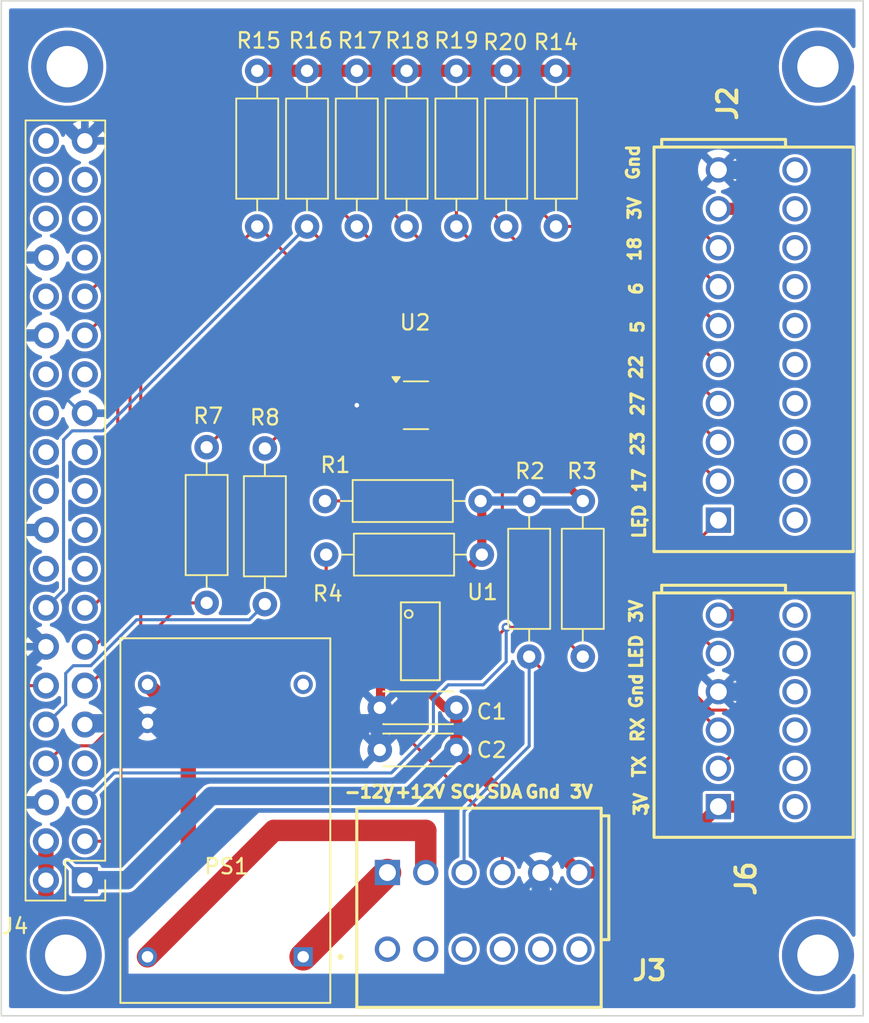
<source format=kicad_pcb>
(kicad_pcb (version 20240108) (generator "pcbnew") (generator_version "8.0")
  (layers (0 "F.Cu" signal) (31 "B.Cu" signal) (34 "B.Paste" user) (35 "F.Paste" user) (36 "B.SilkS" user "B.Silkscreen") (37 "F.SilkS" user "F.Silkscreen") (38 "B.Mask" user) (39 "F.Mask" user) (44 "Edge.Cuts" user))
  (net 0 "")
  (net 1 "GND")
  (net 2 "+3.3VP")
  (net 3 "KP_Auto")
  (net 4 "SLKLED")
  (net 5 "KP_Bb10")
  (net 6 "KP_Bb2")
  (net 7 "KP_Stb10")
  (net 8 "KP_Mode")
  (net 9 "KP_Tack")
  (net 10 "KP_Stb2")
  (net 11 "+BATT")
  (net 12 "/IMU_SCL")
  (net 13 "/IMU_SDA")
  (net 14 "+5V")
  (net 15 "/SCL")
  (net 16 "/SERIAL_RX")
  (net 17 "/SERIAL_TX")
  (net 18 "/SDA")
  (net 19 "/Serial_RX_Motor")
  (net 20 "/Serial_TX_Motor")
  (net 21 "/TX_in")
  (net 22 "/RX_in")
  (net 23 "GND1")
  (footprint "MountingHole:MountingHole_2.7mm_M2.5_DIN965_Pad" (layer "F.Cu") (at 80.1 83.4)
    (property "Reference" "REF**" (hide yes))
    (property "Value" "MountingHole_2.7mm_M2.5_DIN965_Pad" (hide yes))
    (pad "1" thru_hole circle (at 0 0) (size 4.7 4.7) (drill 2.7) (layers "*.Cu" "*.Mask"))
  )
  (footprint "TerminalBlock_WAGO:218106" (layer "F.Cu") (at 52 78)
    (property "Reference" "J3" (at 17.1 6.4 0) (layer "F.SilkS") (effects (font (size 1.27 1.27) (thickness 0.254))))
    (property "Value" "IMU" (hide yes))
    (pad "1" thru_hole rect (at 0 0) (size 1.65 1.65) (drill 1.1) (layers "*.Cu" "*.Mask") (net 23 "GND1"))
    (pad "2" thru_hole circle (at 0 5) (size 1.65 1.65) (drill 1.1) (layers "*.Cu" "*.Mask"))
    (pad "3" thru_hole circle (at 2.5 0) (size 1.65 1.65) (drill 1.1) (layers "*.Cu" "*.Mask") (net 11 "+BATT"))
    (pad "4" thru_hole circle (at 2.5 5) (size 1.65 1.65) (drill 1.1) (layers "*.Cu" "*.Mask"))
    (pad "5" thru_hole circle (at 5 0) (size 1.65 1.65) (drill 1.1) (layers "*.Cu" "*.Mask") (net 12 "/IMU_SCL"))
    (pad "6" thru_hole circle (at 5 5) (size 1.65 1.65) (drill 1.1) (layers "*.Cu" "*.Mask"))
    (pad "7" thru_hole circle (at 7.5 0) (size 1.65 1.65) (drill 1.1) (layers "*.Cu" "*.Mask") (net 13 "/IMU_SDA"))
    (pad "8" thru_hole circle (at 7.5 5) (size 1.65 1.65) (drill 1.1) (layers "*.Cu" "*.Mask"))
    (pad "9" thru_hole circle (at 10 0) (size 1.65 1.65) (drill 1.1) (layers "*.Cu" "*.Mask") (net 1 "GND"))
    (pad "10" thru_hole circle (at 10 5) (size 1.65 1.65) (drill 1.1) (layers "*.Cu" "*.Mask"))
    (pad "11" thru_hole circle (at 12.5 0) (size 1.65 1.65) (drill 1.1) (layers "*.Cu" "*.Mask") (net 2 "+3.3VP"))
    (pad "12" thru_hole circle (at 12.5 5) (size 1.65 1.65) (drill 1.1) (layers "*.Cu" "*.Mask"))
  )
  (footprint "Connector_PinHeader_2.54mm:PinHeader_2x20_P2.54mm_Vertical" (layer "F.Cu") (at 32.25 78.5 180)
    (property "Reference" "J4" (at 4.55 -3 0) (layer "F.SilkS"))
    (property "Value" "Con to RPI")
    (pad "1" thru_hole rect (at 0 0 180) (size 1.7 1.7) (drill 1) (layers "*.Cu" "*.Mask") (net 2 "+3.3VP"))
    (pad "2" thru_hole oval (at 2.54 0 180) (size 1.7 1.7) (drill 1) (layers "*.Cu" "*.Mask") (net 14 "+5V"))
    (pad "3" thru_hole oval (at 0 2.54 180) (size 1.7 1.7) (drill 1) (layers "*.Cu" "*.Mask") (net 18 "/SDA"))
    (pad "4" thru_hole oval (at 2.54 2.54 180) (size 1.7 1.7) (drill 1) (layers "*.Cu" "*.Mask") (net 14 "+5V"))
    (pad "5" thru_hole oval (at 0 5.08 180) (size 1.7 1.7) (drill 1) (layers "*.Cu" "*.Mask") (net 15 "/SCL"))
    (pad "6" thru_hole oval (at 2.54 5.08 180) (size 1.7 1.7) (drill 1) (layers "*.Cu" "*.Mask") (net 1 "GND"))
    (pad "7" thru_hole oval (at 0 7.62 180) (size 1.7 1.7) (drill 1) (layers "*.Cu" "*.Mask"))
    (pad "8" thru_hole oval (at 2.54 7.62 180) (size 1.7 1.7) (drill 1) (layers "*.Cu" "*.Mask") (net 17 "/SERIAL_TX"))
    (pad "9" thru_hole oval (at 0 10.16 180) (size 1.7 1.7) (drill 1) (layers "*.Cu" "*.Mask") (net 1 "GND"))
    (pad "10" thru_hole oval (at 2.54 10.16 180) (size 1.7 1.7) (drill 1) (layers "*.Cu" "*.Mask") (net 16 "/SERIAL_RX"))
    (pad "11" thru_hole oval (at 0 12.7 180) (size 1.7 1.7) (drill 1) (layers "*.Cu" "*.Mask") (net 3 "KP_Auto"))
    (pad "12" thru_hole oval (at 2.54 12.7 180) (size 1.7 1.7) (drill 1) (layers "*.Cu" "*.Mask") (net 8 "KP_Mode"))
    (pad "13" thru_hole oval (at 0 15.24 180) (size 1.7 1.7) (drill 1) (layers "*.Cu" "*.Mask") (net 6 "KP_Bb2"))
    (pad "14" thru_hole oval (at 2.54 15.24 180) (size 1.7 1.7) (drill 1) (layers "*.Cu" "*.Mask") (net 1 "GND"))
    (pad "15" thru_hole oval (at 0 17.78 180) (size 1.7 1.7) (drill 1) (layers "*.Cu" "*.Mask") (net 10 "KP_Stb2"))
    (pad "16" thru_hole oval (at 2.54 17.78 180) (size 1.7 1.7) (drill 1) (layers "*.Cu" "*.Mask") (net 9 "KP_Tack"))
    (pad "17" thru_hole oval (at 0 20.32 180) (size 1.7 1.7) (drill 1) (layers "*.Cu" "*.Mask") (net 2 "+3.3VP"))
    (pad "18" thru_hole oval (at 2.54 20.32 180) (size 1.7 1.7) (drill 1) (layers "*.Cu" "*.Mask"))
    (pad "19" thru_hole oval (at 0 22.86 180) (size 1.7 1.7) (drill 1) (layers "*.Cu" "*.Mask"))
    (pad "20" thru_hole oval (at 2.54 22.86 180) (size 1.7 1.7) (drill 1) (layers "*.Cu" "*.Mask") (net 1 "GND"))
    (pad "21" thru_hole oval (at 0 25.4 180) (size 1.7 1.7) (drill 1) (layers "*.Cu" "*.Mask"))
    (pad "22" thru_hole oval (at 2.54 25.4 180) (size 1.7 1.7) (drill 1) (layers "*.Cu" "*.Mask"))
    (pad "23" thru_hole oval (at 0 27.94 180) (size 1.7 1.7) (drill 1) (layers "*.Cu" "*.Mask"))
    (pad "24" thru_hole oval (at 2.54 27.94 180) (size 1.7 1.7) (drill 1) (layers "*.Cu" "*.Mask"))
    (pad "25" thru_hole oval (at 0 30.48 180) (size 1.7 1.7) (drill 1) (layers "*.Cu" "*.Mask") (net 1 "GND"))
    (pad "26" thru_hole oval (at 2.54 30.48 180) (size 1.7 1.7) (drill 1) (layers "*.Cu" "*.Mask"))
    (pad "27" thru_hole oval (at 0 33.02 180) (size 1.7 1.7) (drill 1) (layers "*.Cu" "*.Mask"))
    (pad "28" thru_hole oval (at 2.54 33.02 180) (size 1.7 1.7) (drill 1) (layers "*.Cu" "*.Mask"))
    (pad "29" thru_hole oval (at 0 35.56 180) (size 1.7 1.7) (drill 1) (layers "*.Cu" "*.Mask") (net 5 "KP_Bb10"))
    (pad "30" thru_hole oval (at 2.54 35.56 180) (size 1.7 1.7) (drill 1) (layers "*.Cu" "*.Mask") (net 1 "GND"))
    (pad "31" thru_hole oval (at 0 38.1 180) (size 1.7 1.7) (drill 1) (layers "*.Cu" "*.Mask") (net 7 "KP_Stb10"))
    (pad "32" thru_hole oval (at 2.54 38.1 180) (size 1.7 1.7) (drill 1) (layers "*.Cu" "*.Mask"))
    (pad "33" thru_hole oval (at 0 40.64 180) (size 1.7 1.7) (drill 1) (layers "*.Cu" "*.Mask"))
    (pad "34" thru_hole oval (at 2.54 40.64 180) (size 1.7 1.7) (drill 1) (layers "*.Cu" "*.Mask") (net 1 "GND"))
    (pad "35" thru_hole oval (at 0 43.18 180) (size 1.7 1.7) (drill 1) (layers "*.Cu" "*.Mask"))
    (pad "36" thru_hole oval (at 2.54 43.18 180) (size 1.7 1.7) (drill 1) (layers "*.Cu" "*.Mask"))
    (pad "37" thru_hole oval (at 0 45.72 180) (size 1.7 1.7) (drill 1) (layers "*.Cu" "*.Mask"))
    (pad "38" thru_hole oval (at 2.54 45.72 180) (size 1.7 1.7) (drill 1) (layers "*.Cu" "*.Mask"))
    (pad "39" thru_hole oval (at 0 48.26 180) (size 1.7 1.7) (drill 1) (layers "*.Cu" "*.Mask") (net 1 "GND"))
    (pad "40" thru_hole oval (at 2.54 48.26 180) (size 1.7 1.7) (drill 1) (layers "*.Cu" "*.Mask"))
  )
  (footprint "P82B715TD:SO8" (layer "F.Cu") (at 54.15 62.905 -90)
    (property "Reference" "U1" (at -3.205 -4.05 180) (layer "F.SilkS"))
    (property "Value" "P82B715")
    (pad "1" smd rect (at -1.905 2.6 270) (size 0.6 2.2) (layers "F.Cu" "F.Paste" "F.Mask"))
    (pad "2" smd rect (at -0.635 2.6 270) (size 0.6 2.2) (layers "F.Cu" "F.Paste" "F.Mask") (net 13 "/IMU_SDA"))
    (pad "3" smd rect (at 0.635 2.6 270) (size 0.6 2.2) (layers "F.Cu" "F.Paste" "F.Mask") (net 18 "/SDA"))
    (pad "4" smd rect (at 1.905 2.6 270) (size 0.6 2.2) (layers "F.Cu" "F.Paste" "F.Mask") (net 1 "GND"))
    (pad "5" smd rect (at 1.905 -2.6 270) (size 0.6 2.2) (layers "F.Cu" "F.Paste" "F.Mask"))
    (pad "6" smd rect (at 0.635 -2.6 270) (size 0.6 2.2) (layers "F.Cu" "F.Paste" "F.Mask") (net 15 "/SCL"))
    (pad "7" smd rect (at -0.635 -2.6 270) (size 0.6 2.2) (layers "F.Cu" "F.Paste" "F.Mask") (net 12 "/IMU_SCL"))
    (pad "8" smd rect (at -1.905 -2.6 270) (size 0.6 2.2) (layers "F.Cu" "F.Paste" "F.Mask") (net 2 "+3.3VP"))
  )
  (footprint "Resistor_THT:R_Axial_DIN0207_L6.3mm_D2.5mm_P10.16mm_Horizontal" (layer "F.Cu") (at 40.2 60.4 90)
    (property "Reference" "R7" (at 12.2 0.1 180) (layer "F.SilkS"))
    (property "Value" "2.4K")
    (pad "1" thru_hole circle (at 0 0 90) (size 1.6 1.6) (drill 0.8) (layers "*.Cu" "*.Mask") (net 17 "/SERIAL_TX"))
    (pad "2" thru_hole oval (at 10.16 0 90) (size 1.6 1.6) (drill 0.8) (layers "*.Cu" "*.Mask") (net 21 "/TX_in"))
  )
  (footprint "TEL_15-1211N:CONV_TEL_15-1211N" (layer "F.Cu") (at 41.42 74.61)
    (property "Reference" "PS1" (at 0.08 2.99 0) (layer "F.SilkS"))
    (property "Value" "TEL_15-1211N")
    (pad "1" thru_hole rect (at 5.08 8.89) (size 1.258 1.258) (drill 0.75) (layers "*.Cu" "*.Mask") (net 23 "GND1"))
    (pad "8" thru_hole circle (at 5.08 -8.89) (size 1.258 1.258) (drill 0.75) (layers "*.Cu" "*.Mask"))
    (pad "9" thru_hole circle (at -5.08 -8.89) (size 1.258 1.258) (drill 0.75) (layers "*.Cu" "*.Mask") (net 14 "+5V"))
    (pad "10" thru_hole circle (at -5.08 -6.35) (size 1.258 1.258) (drill 0.75) (layers "*.Cu" "*.Mask") (net 1 "GND"))
    (pad "16" thru_hole circle (at -5.08 8.89) (size 1.258 1.258) (drill 0.75) (layers "*.Cu" "*.Mask") (net 11 "+BATT"))
  )
  (footprint "Capacitor_THT:C_Disc_D4.3mm_W1.9mm_P5.00mm" (layer "F.Cu") (at 56.5 67.25 180)
    (property "Reference" "C1" (at -2.3 -0.25 0) (layer "F.SilkS"))
    (property "Value" "0.1uF")
    (pad "1" thru_hole circle (at 0 0 180) (size 1.6 1.6) (drill 0.8) (layers "*.Cu" "*.Mask") (net 2 "+3.3VP"))
    (pad "2" thru_hole circle (at 5 0 180) (size 1.6 1.6) (drill 0.8) (layers "*.Cu" "*.Mask") (net 1 "GND"))
  )
  (footprint "Package_TO_SOT_SMD:SOT-23-6" (layer "F.Cu") (at 53.8625 47.5)
    (property "Reference" "U2" (at -0.0625 -5.4 0) (layer "F.SilkS"))
    (property "Value" "USBLC6-2SC6")
    (pad "1" smd roundrect (at -1.1375 -0.95) (size 1.325 0.6) (layers "F.Cu" "F.Paste" "F.Mask") (net 21 "/TX_in"))
    (pad "2" smd roundrect (at -1.1375 0) (size 1.325 0.6) (layers "F.Cu" "F.Paste" "F.Mask") (net 1 "GND"))
    (pad "3" smd roundrect (at -1.1375 0.95) (size 1.325 0.6) (layers "F.Cu" "F.Paste" "F.Mask") (net 22 "/RX_in"))
    (pad "4" smd roundrect (at 1.1375 0.95) (size 1.325 0.6) (layers "F.Cu" "F.Paste" "F.Mask") (net 20 "/Serial_TX_Motor"))
    (pad "5" smd roundrect (at 1.1375 0) (size 1.325 0.6) (layers "F.Cu" "F.Paste" "F.Mask") (net 2 "+3.3VP"))
    (pad "6" smd roundrect (at 1.1375 -0.95) (size 1.325 0.6) (layers "F.Cu" "F.Paste" "F.Mask") (net 19 "/Serial_RX_Motor"))
  )
  (footprint "Resistor_THT:R_Axial_DIN0207_L6.3mm_D2.5mm_P10.16mm_Horizontal" (layer "F.Cu") (at 61.25 53.75 -90)
    (property "Reference" "R2" (at -1.95 -0.05 180) (layer "F.SilkS"))
    (property "Value" "430")
    (pad "1" thru_hole circle (at 0 0 270) (size 1.6 1.6) (drill 0.8) (layers "*.Cu" "*.Mask") (net 2 "+3.3VP"))
    (pad "2" thru_hole oval (at 10.16 0 270) (size 1.6 1.6) (drill 0.8) (layers "*.Cu" "*.Mask") (net 12 "/IMU_SCL"))
  )
  (footprint "Resistor_THT:R_Axial_DIN0207_L6.3mm_D2.5mm_P10.16mm_Horizontal" (layer "F.Cu") (at 64.75 53.75 -90)
    (property "Reference" "R3" (at -1.95 0.05 180) (layer "F.SilkS"))
    (property "Value" "4k7")
    (pad "1" thru_hole circle (at 0 0 270) (size 1.6 1.6) (drill 0.8) (layers "*.Cu" "*.Mask") (net 2 "+3.3VP"))
    (pad "2" thru_hole oval (at 10.16 0 270) (size 1.6 1.6) (drill 0.8) (layers "*.Cu" "*.Mask") (net 15 "/SCL"))
  )
  (footprint "Capacitor_THT:C_Disc_D4.3mm_W1.9mm_P5.00mm" (layer "F.Cu") (at 56.5 70 180)
    (property "Reference" "C2" (at -2.3 0 0) (layer "F.SilkS"))
    (property "Value" "1yF")
    (pad "1" thru_hole circle (at 0 0 180) (size 1.6 1.6) (drill 0.8) (layers "*.Cu" "*.Mask") (net 2 "+3.3VP"))
    (pad "2" thru_hole circle (at 5 0 180) (size 1.6 1.6) (drill 0.8) (layers "*.Cu" "*.Mask") (net 1 "GND"))
  )
  (footprint "Resistor_THT:R_Axial_DIN0207_L6.3mm_D2.5mm_P10.16mm_Horizontal" (layer "F.Cu") (at 58.08 53.75 180)
    (property "Reference" "R1" (at 9.48 2.35 0) (layer "F.SilkS"))
    (property "Value" "430")
    (pad "1" thru_hole circle (at 0 0 180) (size 1.6 1.6) (drill 0.8) (layers "*.Cu" "*.Mask") (net 2 "+3.3VP"))
    (pad "2" thru_hole oval (at 10.16 0 180) (size 1.6 1.6) (drill 0.8) (layers "*.Cu" "*.Mask") (net 13 "/IMU_SDA"))
  )
  (footprint "Resistor_THT:R_Axial_DIN0207_L6.3mm_D2.5mm_P10.16mm_Horizontal" (layer "F.Cu") (at 50 25.67 -90)
    (property "Reference" "R17" (at -1.97 -0.2 180) (layer "F.SilkS"))
    (property "Value" "47k")
    (pad "1" thru_hole circle (at 0 0 270) (size 1.6 1.6) (drill 0.8) (layers "*.Cu" "*.Mask") (net 2 "+3.3VP"))
    (pad "2" thru_hole oval (at 10.16 0 270) (size 1.6 1.6) (drill 0.8) (layers "*.Cu" "*.Mask") (net 6 "KP_Bb2"))
  )
  (footprint "Resistor_THT:R_Axial_DIN0207_L6.3mm_D2.5mm_P10.16mm_Horizontal" (layer "F.Cu") (at 46.75 25.67 -90)
    (property "Reference" "R16" (at -1.97 -0.25 0) (layer "F.SilkS"))
    (property "Value" "47k")
    (pad "1" thru_hole circle (at 0 0 270) (size 1.6 1.6) (drill 0.8) (layers "*.Cu" "*.Mask") (net 2 "+3.3VP"))
    (pad "2" thru_hole oval (at 10.16 0 270) (size 1.6 1.6) (drill 0.8) (layers "*.Cu" "*.Mask") (net 9 "KP_Tack"))
  )
  (footprint "TerminalBlock_WAGO:218510" (layer "F.Cu") (at 73.6 55 90)
    (property "Reference" "J2" (at 27.2 0.6 90) (layer "F.SilkS") (effects (font (size 1.27 1.27) (thickness 0.254))))
    (property "Value" "Con Bedien2" (hide yes))
    (pad "1" thru_hole rect (at 0 0 90) (size 1.65 1.65) (drill 1.1) (layers "*.Cu" "*.Mask") (net 4 "SLKLED"))
    (pad "2" thru_hole circle (at 0 5 90) (size 1.65 1.65) (drill 1.1) (layers "*.Cu" "*.Mask"))
    (pad "3" thru_hole circle (at 2.54 0 90) (size 1.65 1.65) (drill 1.1) (layers "*.Cu" "*.Mask") (net 3 "KP_Auto"))
    (pad "4" thru_hole circle (at 2.54 5 90) (size 1.65 1.65) (drill 1.1) (layers "*.Cu" "*.Mask"))
    (pad "5" thru_hole circle (at 5.08 0 90) (size 1.65 1.65) (drill 1.1) (layers "*.Cu" "*.Mask") (net 9 "KP_Tack"))
    (pad "6" thru_hole circle (at 5.08 5 90) (size 1.65 1.65) (drill 1.1) (layers "*.Cu" "*.Mask"))
    (pad "7" thru_hole circle (at 7.62 0 90) (size 1.65 1.65) (drill 1.1) (layers "*.Cu" "*.Mask") (net 6 "KP_Bb2"))
    (pad "8" thru_hole circle (at 7.62 5 90) (size 1.65 1.65) (drill 1.1) (layers "*.Cu" "*.Mask"))
    (pad "9" thru_hole circle (at 10.16 0 90) (size 1.65 1.65) (drill 1.1) (layers "*.Cu" "*.Mask") (net 10 "KP_Stb2"))
    (pad "10" thru_hole circle (at 10.16 5 90) (size 1.65 1.65) (drill 1.1) (layers "*.Cu" "*.Mask"))
    (pad "11" thru_hole circle (at 12.7 0 90) (size 1.65 1.65) (drill 1.1) (layers "*.Cu" "*.Mask") (net 5 "KP_Bb10"))
    (pad "12" thru_hole circle (at 12.7 5 90) (size 1.65 1.65) (drill 1.1) (layers "*.Cu" "*.Mask"))
    (pad "13" thru_hole circle (at 15.24 0 90) (size 1.65 1.65) (drill 1.1) (layers "*.Cu" "*.Mask") (net 7 "KP_Stb10"))
    (pad "14" thru_hole circle (at 15.24 5 90) (size 1.65 1.65) (drill 1.1) (layers "*.Cu" "*.Mask"))
    (pad "15" thru_hole circle (at 17.78 0 90) (size 1.65 1.65) (drill 1.1) (layers "*.Cu" "*.Mask") (net 8 "KP_Mode"))
    (pad "16" thru_hole circle (at 17.78 5 90) (size 1.65 1.65) (drill 1.1) (layers "*.Cu" "*.Mask"))
    (pad "17" thru_hole circle (at 20.32 0 90) (size 1.65 1.65) (drill 1.1) (layers "*.Cu" "*.Mask") (net 2 "+3.3VP"))
    (pad "18" thru_hole circle (at 20.32 5 90) (size 1.65 1.65) (drill 1.1) (layers "*.Cu" "*.Mask"))
    (pad "19" thru_hole circle (at 22.86 0 90) (size 1.65 1.65) (drill 1.1) (layers "*.Cu" "*.Mask") (net 1 "GND"))
    (pad "20" thru_hole circle (at 22.86 5 90) (size 1.65 1.65) (drill 1.1) (layers "*.Cu" "*.Mask"))
  )
  (footprint "Resistor_THT:R_Axial_DIN0207_L6.3mm_D2.5mm_P10.16mm_Horizontal" (layer "F.Cu") (at 58.16 57.25 180)
    (property "Reference" "R4" (at 10.06 -2.55 0) (layer "F.SilkS"))
    (property "Value" "4k7")
    (pad "1" thru_hole circle (at 0 0 180) (size 1.6 1.6) (drill 0.8) (layers "*.Cu" "*.Mask") (net 2 "+3.3VP"))
    (pad "2" thru_hole oval (at 10.16 0 180) (size 1.6 1.6) (drill 0.8) (layers "*.Cu" "*.Mask") (net 18 "/SDA"))
  )
  (footprint "Resistor_THT:R_Axial_DIN0207_L6.3mm_D2.5mm_P10.16mm_Horizontal" (layer "F.Cu") (at 44 60.48 90)
    (property "Reference" "R8" (at 12.18 0 180) (layer "F.SilkS"))
    (property "Value" "2.4K")
    (pad "1" thru_hole circle (at 0 0 90) (size 1.6 1.6) (drill 0.8) (layers "*.Cu" "*.Mask") (net 16 "/SERIAL_RX"))
    (pad "2" thru_hole oval (at 10.16 0 90) (size 1.6 1.6) (drill 0.8) (layers "*.Cu" "*.Mask") (net 22 "/RX_in"))
  )
  (footprint "TerminalBlock_WAGO:218106" (layer "F.Cu") (at 73.6 73.7 90)
    (property "Reference" "J6" (at -4.7 1.8 90) (layer "F.SilkS") (effects (font (size 1.27 1.27) (thickness 0.254))))
    (property "Value" "Serial_Motor_controller" (hide yes))
    (pad "1" thru_hole rect (at 0 0 90) (size 1.65 1.65) (drill 1.1) (layers "*.Cu" "*.Mask") (net 2 "+3.3VP"))
    (pad "2" thru_hole circle (at 0 5 90) (size 1.65 1.65) (drill 1.1) (layers "*.Cu" "*.Mask"))
    (pad "3" thru_hole circle (at 2.5 0 90) (size 1.65 1.65) (drill 1.1) (layers "*.Cu" "*.Mask") (net 19 "/Serial_RX_Motor"))
    (pad "4" thru_hole circle (at 2.5 5 90) (size 1.65 1.65) (drill 1.1) (layers "*.Cu" "*.Mask"))
    (pad "5" thru_hole circle (at 5 0 90) (size 1.65 1.65) (drill 1.1) (layers "*.Cu" "*.Mask") (net 20 "/Serial_TX_Motor"))
    (pad "6" thru_hole circle (at 5 5 90) (size 1.65 1.65) (drill 1.1) (layers "*.Cu" "*.Mask"))
    (pad "7" thru_hole circle (at 7.5 0 90) (size 1.65 1.65) (drill 1.1) (layers "*.Cu" "*.Mask") (net 1 "GND"))
    (pad "8" thru_hole circle (at 7.5 5 90) (size 1.65 1.65) (drill 1.1) (layers "*.Cu" "*.Mask"))
    (pad "9" thru_hole circle (at 10 0 90) (size 1.65 1.65) (drill 1.1) (layers "*.Cu" "*.Mask") (net 4 "SLKLED"))
    (pad "10" thru_hole circle (at 10 5 90) (size 1.65 1.65) (drill 1.1) (layers "*.Cu" "*.Mask"))
    (pad "11" thru_hole circle (at 12.5 0 90) (size 1.65 1.65) (drill 1.1) (layers "*.Cu" "*.Mask") (net 2 "+3.3VP"))
    (pad "12" thru_hole circle (at 12.5 5 90) (size 1.65 1.65) (drill 1.1) (layers "*.Cu" "*.Mask"))
  )
  (footprint "Resistor_THT:R_Axial_DIN0207_L6.3mm_D2.5mm_P10.16mm_Horizontal" (layer "F.Cu") (at 53.25 25.67 -90)
    (property "Reference" "R18" (at -1.97 -0.05 180) (layer "F.SilkS"))
    (property "Value" "47k")
    (pad "1" thru_hole circle (at 0 0 270) (size 1.6 1.6) (drill 0.8) (layers "*.Cu" "*.Mask") (net 2 "+3.3VP"))
    (pad "2" thru_hole oval (at 10.16 0 270) (size 1.6 1.6) (drill 0.8) (layers "*.Cu" "*.Mask") (net 10 "KP_Stb2"))
  )
  (footprint "Resistor_THT:R_Axial_DIN0207_L6.3mm_D2.5mm_P10.16mm_Horizontal" (layer "F.Cu") (at 56.5 25.67 -90)
    (property "Reference" "R19" (at -1.97 0 180) (layer "F.SilkS"))
    (property "Value" "47k")
    (pad "1" thru_hole circle (at 0 0 270) (size 1.6 1.6) (drill 0.8) (layers "*.Cu" "*.Mask") (net 2 "+3.3VP"))
    (pad "2" thru_hole oval (at 10.16 0 270) (size 1.6 1.6) (drill 0.8) (layers "*.Cu" "*.Mask") (net 5 "KP_Bb10"))
  )
  (footprint "Resistor_THT:R_Axial_DIN0207_L6.3mm_D2.5mm_P10.16mm_Horizontal" (layer "F.Cu") (at 59.75 25.67 -90)
    (property "Reference" "R20" (at -1.87 0.05 180) (layer "F.SilkS"))
    (property "Value" "47k")
    (pad "1" thru_hole circle (at 0 0 270) (size 1.6 1.6) (drill 0.8) (layers "*.Cu" "*.Mask") (net 2 "+3.3VP"))
    (pad "2" thru_hole oval (at 10.16 0 270) (size 1.6 1.6) (drill 0.8) (layers "*.Cu" "*.Mask") (net 7 "KP_Stb10"))
  )
  (footprint "MountingHole:MountingHole_2.7mm_M2.5_DIN965_Pad" (layer "F.Cu") (at 31.1 25.4)
    (property "Reference" "REF**" (hide yes))
    (property "Value" "MountingHole_2.7mm_M2.5_DIN965_Pad" (hide yes))
    (pad "1" thru_hole circle (at 0 0) (size 4.7 4.7) (drill 2.7) (layers "*.Cu" "*.Mask"))
  )
  (footprint "Resistor_THT:R_Axial_DIN0207_L6.3mm_D2.5mm_P10.16mm_Horizontal" (layer "F.Cu") (at 63 25.67 -90)
    (property "Reference" "R14" (at -1.87 0 180) (layer "F.SilkS"))
    (property "Value" "47k")
    (pad "1" thru_hole circle (at 0 0 270) (size 1.6 1.6) (drill 0.8) (layers "*.Cu" "*.Mask") (net 2 "+3.3VP"))
    (pad "2" thru_hole oval (at 10.16 0 270) (size 1.6 1.6) (drill 0.8) (layers "*.Cu" "*.Mask") (net 8 "KP_Mode"))
  )
  (footprint "MountingHole:MountingHole_2.7mm_M2.5_DIN965_Pad" (layer "F.Cu") (at 31 83.4)
    (property "Reference" "REF**" (hide yes))
    (property "Value" "MountingHole_2.7mm_M2.5_DIN965_Pad" (hide yes))
    (pad "1" thru_hole circle (at 0 0) (size 4.7 4.7) (drill 2.7) (layers "*.Cu" "*.Mask"))
  )
  (footprint "Resistor_THT:R_Axial_DIN0207_L6.3mm_D2.5mm_P10.16mm_Horizontal" (layer "F.Cu") (at 43.5 25.67 -90)
    (property "Reference" "R15" (at -1.97 -0.1 180) (layer "F.SilkS"))
    (property "Value" "47k")
    (pad "1" thru_hole circle (at 0 0 270) (size 1.6 1.6) (drill 0.8) (layers "*.Cu" "*.Mask") (net 2 "+3.3VP"))
    (pad "2" thru_hole oval (at 10.16 0 270) (size 1.6 1.6) (drill 0.8) (layers "*.Cu" "*.Mask") (net 3 "KP_Auto"))
  )
  (footprint "MountingHole:MountingHole_2.7mm_M2.5_DIN965_Pad" (layer "F.Cu") (at 80.1 25.4)
    (property "Reference" "REF**" (hide yes))
    (property "Value" "MountingHole_2.7mm_M2.5_DIN965_Pad" (hide yes))
    (pad "1" thru_hole circle (at 0 0) (size 4.7 4.7) (drill 2.7) (layers "*.Cu" "*.Mask"))
  )
  (gr_line (start 73.6 47.6) (end 73.4 47.4) (stroke (width 0.2)) (layer "F.Cu") (net 6))
  (gr_line (start 30.1 28.4) (end 28.8 28.4) (stroke (width 0.2)) (layer "B.Cu") (net 1))
  (gr_line (start 28.8 28.4) (end 30.1 28.4) (stroke (width 0.2)) (layer "B.Cu") (net 1))
  (gr_rect (start 26.8 21.1) (end 83.05 87.35) (stroke (width 0.1)) (fill none) (layer "Edge.Cuts"))
  (gr_text "Gnd" (at 60.9 73.2 0) (layer "F.SilkS") (effects (font (size 0.8 0.8) (thickness 0.2) (bold yes)) (justify left bottom)))
  (gr_text "-12V" (at 49.1 73.2 0) (layer "F.SilkS") (effects (font (size 0.8 0.8) (thickness 0.2) (bold yes)) (justify left bottom)))
  (gr_text "LED" (at 68.9 56.3 90) (layer "F.SilkS") (effects (font (size 0.8 0.8) (thickness 0.2) (bold yes)) (justify left bottom)))
  (gr_text "LED" (at 68.7 64.8 90) (layer "F.SilkS") (effects (font (size 0.8 0.8) (thickness 0.2) (bold yes)) (justify left bottom)))
  (gr_text "+12V" (at 52.4 73.2 0) (layer "F.SilkS") (effects (font (size 0.8 0.8) (thickness 0.2) (bold yes)) (justify left bottom)))
  (gr_text "3V" (at 68.7 61.8 90) (layer "F.SilkS") (effects (font (size 0.8 0.8) (thickness 0.2) (bold yes)) (justify left bottom)))
  (gr_text "18" (at 68.6 38.2 90) (layer "F.SilkS") (effects (font (size 0.8 0.8) (thickness 0.2) (bold yes)) (justify left bottom)))
  (gr_text "6" (at 68.7 40.4 90) (layer "F.SilkS") (effects (font (size 0.8 0.8) (thickness 0.2) (bold yes)) (justify left bottom)))
  (gr_text "RX" (at 68.8 69.6 90) (layer "F.SilkS") (effects (font (size 0.8 0.8) (thickness 0.2) (bold yes)) (justify left bottom)))
  (gr_text "TX" (at 68.9 71.9 90) (layer "F.SilkS") (effects (font (size 0.8 0.8) (thickness 0.2) (bold yes)) (justify left bottom)))
  (gr_text "SDA" (at 58.4 73.2 0) (layer "F.SilkS") (effects (font (size 0.8 0.8) (thickness 0.2) (bold yes)) (justify left bottom)))
  (gr_text "3V" (at 69 74.4 90) (layer "F.SilkS") (effects (font (size 0.8 0.8) (thickness 0.2) (bold yes)) (justify left bottom)))
  (gr_text "27" (at 68.8 48.3 90) (layer "F.SilkS") (effects (font (size 0.8 0.8) (thickness 0.2) (bold yes)) (justify left bottom)))
  (gr_text "Gnd" (at 68.5 32.9 90) (layer "F.SilkS") (effects (font (size 0.8 0.8) (thickness 0.2) (bold yes)) (justify left bottom)))
  (gr_text "SCL" (at 56 73.2 0) (layer "F.SilkS") (effects (font (size 0.8 0.8) (thickness 0.2) (bold yes)) (justify left bottom)))
  (gr_text "5" (at 68.8 42.9 90) (layer "F.SilkS") (effects (font (size 0.8 0.8) (thickness 0.2) (bold yes)) (justify left bottom)))
  (gr_text "23" (at 68.8 50.9 90) (layer "F.SilkS") (effects (font (size 0.8 0.8) (thickness 0.2) (bold yes)) (justify left bottom)))
  (gr_text "3V" (at 68.6 35.5 90) (layer "F.SilkS") (effects (font (size 0.8 0.8) (thickness 0.2) (bold yes)) (justify left bottom)))
  (gr_text "3V" (at 63.8 73.2 0) (layer "F.SilkS") (effects (font (size 0.8 0.8) (thickness 0.2) (bold yes)) (justify left bottom)))
  (gr_text "Gnd" (at 68.7 67.4 90) (layer "F.SilkS") (effects (font (size 0.8 0.8) (thickness 0.2) (bold yes)) (justify left bottom)))
  (gr_text "22" (at 68.7 45.9 90) (layer "F.SilkS") (effects (font (size 0.8 0.8) (thickness 0.2) (bold yes)) (justify left bottom)))
  (gr_text "17" (at 68.9 53.3 90) (layer "F.SilkS") (effects (font (size 0.8 0.8) (thickness 0.2) (bold yes)) (justify left bottom)))
  (segment (start 52.725 47.5) (end 50 47.5) (width 0.5) (layer "F.Cu") (net 1))
  (segment (start 32.25 68.95) (end 32.25 68.34) (width 0.2) (layer "F.Cu") (net 1))
  (segment (start 51.5 67) (end 51.55 66.95) (width 0.2) (layer "F.Cu") (net 1))
  (segment (start 53.25 47.5) (end 52.5 47.5) (width 0.3) (layer "F.Cu") (net 1))
  (segment (start 51.55 66.95) (end 51.55 64.81) (width 0.6) (layer "F.Cu") (net 1))
  (segment (start 51.5 67.25) (end 51.5 67) (width 0.2) (layer "F.Cu") (net 1))
  (via (at 50 47.5) (size 0.6) (drill 0.3) (layers "F.Cu" "B.Cu") (net 1))
  (segment (start 76.1 65.2) (end 76.1 76.1) (width 1.2) (layer "B.Cu") (net 1))
  (segment (start 54 53) (end 54 66.2) (width 1.2) (layer "B.Cu") (net 1))
  (segment (start 75.96 32.14) (end 73.6 32.14) (width 1.2) (layer "B.Cu") (net 1))
  (segment (start 28 38) (end 28 29.2) (width 0.8) (layer "B.Cu") (net 1))
  (segment (start 42.25 23) (end 68.08 23) (width 1.2) (layer "B.Cu") (net 1))
  (segment (start 63 80.75) (end 62 79.75) (width 1.2) (layer "B.Cu") (net 1))
  (segment (start 28.8 28.4) (end 30.16 28.4) (width 0.8) (layer "B.Cu") (net 1))
  (segment (start 34.6 81.7) (end 33.3 80.4) (width 0.8) (layer "B.Cu") (net 1))
  (segment (start 54 66.2) (end 51.5 68.7) (width 1.2) (layer "B.Cu") (net 1))
  (segment (start 28.19 42.94) (end 28 42.75) (width 0.2) (layer "B.Cu") (net 1))
  (segment (start 32.08 68.26) (end 32 68.34) (width 0.2) (layer "B.Cu") (net 1))
  (segment (start 29.71 63.26) (end 28 61.55) (width 0.8) (layer "B.Cu") (net 1))
  (segment (start 28 64.97) (end 28 73.09) (width 0.8) (layer "B.Cu") (net 1))
  (segment (start 29.46 55.64) (end 28.11 55.64) (width 0.8) (layer "B.Cu") (net 1))
  (segment (start 66.9 85.6) (end 66.9 80.75) (width 1.2) (layer "B.Cu") (net 1))
  (segment (start 66.5 86) (end 66.9 85.6) (width 1.2) (layer "B.Cu") (net 1))
  (segment (start 28 42.75) (end 28 38) (width 0.8) (layer "B.Cu") (net 1))
  (segment (start 28.14 37.86) (end 28 38) (width 0.2) (layer "B.Cu") (net 1))
  (segment (start 36.34 68.26) (end 51.24 68.26) (width 1.2) (layer "B.Cu") (net 1))
  (segment (start 50 49) (end 54 53) (width 1.2) (layer "B.Cu") (net 1))
  (segment (start 76.1 65.2) (end 75.1 66.2) (width 1.2) (layer "B.Cu") (net 1))
  (segment (start 62 79.75) (end 62 78) (width 1.2) (layer "B.Cu") (net 1))
  (segment (start 29.71 63.26) (end 28 64.97) (width 0.8) (layer "B.Cu") (net 1))
  (segment (start 34.19 28.3) (end 34.4 28.3) (width 0.8) (layer "B.Cu") (net 1))
  (segment (start 28 55.75) (end 28 46.75) (width 0.8) (layer "B.Cu") (net 1))
  (segment (start 29.46 42.94) (end 28.19 42.94) (width 0.8) (layer "B.Cu") (net 1))
  (segment (start 28 79.75) (end 28 73.75) (width 0.8) (layer "B.Cu") (net 1))
  (segment (start 29.71 73.42) (end 28.33 73.42) (width 0.8) (layer "B.Cu") (net 1))
  (segment (start 28 29.2) (end 28.8 28.4) (width 0.8) (layer "B.Cu") (net 1))
  (segment (start 32.37 68.3) (end 32.33 68.26) (width 1.2) (layer "B.Cu") (net 1))
  (segment (start 51.24 68.26) (end 51.5 68) (width 1.2) (layer "B.Cu") (net 1))
  (segment (start 66.9 85.3) (end 66.9 85.6) (width 1.2) (layer "B.Cu") (net 1))
  (segment (start 34.8 86) (end 34.6 85.8) (width 0.8) (layer "B.Cu") (net 1))
  (segment (start 29.46 73.42) (end 28.33 73.42) (width 0.8) (layer "B.Cu") (net 1))
  (segment (start 51.5 70) (end 51.5 68) (width 1.2) (layer "B.Cu") (net 1))
  (segment (start 50 47.5) (end 50 49) (width 1.2) (layer "B.Cu") (net 1))
  (segment (start 29.46 37.86) (end 28.14 37.86) (width 0.8) (layer "B.Cu") (net 1))
  (segment (start 51.5 68) (end 51.5 67.25) (width 1.2) (layer "B.Cu") (net 1))
  (segment (start 75.1 66.2) (end 73.6 66.2) (width 1.2) (layer "B.Cu") (net 1))
  (segment (start 28 61.55) (end 28 55.75) (width 0.8) (layer "B.Cu") (net 1))
  (segment (start 36.34 68.26) (end 36.3 68.3) (width 1.2) (layer "B.Cu") (net 1))
  (segment (start 33.3 80.4) (end 28.65 80.4) (width 0.8) (layer "B.Cu") (net 1))
  (segment (start 36.95 28.3) (end 42.25 23) (width 1.2) (layer "B.Cu") (net 1))
  (segment (start 76.1 31.02) (end 76.1 32) (width 1.2) (layer "B.Cu") (net 1))
  (segment (start 36.34 68.26) (end 32.33 68.26) (width 1.2) (layer "B.Cu") (net 1))
  (segment (start 34.6 85.8) (end 34.6 81.7) (width 0.8) (layer "B.Cu") (net 1))
  (segment (start 66.9 80.75) (end 63 80.75) (width 1.2) (layer "B.Cu") (net 1))
  (segment (start 30.16 28.4) (end 32 30.24) (width 0.8) (layer "B.Cu") (net 1))
  (segment (start 68.08 23) (end 76.1 31.02) (width 1.2) (layer "B.Cu") (net 1))
  (segment (start 32 48.02) (end 30.73 46.75) (width 0.2) (layer "B.Cu") (net 1))
  (segment (start 30.73 46.75) (end 28 46.75) (width 0.2) (layer "B.Cu") (net 1))
  (segment (start 76.1 32) (end 75.96 32.14) (width 1.2) (layer "B.Cu") (net 1))
  (segment (start 28 73.09) (end 28.33 73.42) (width 0.8) (layer "B.Cu") (net 1))
  (segment (start 34.4 28.3) (end 36.95 28.3) (width 1.2) (layer "B.Cu") (net 1))
  (segment (start 28 73.75) (end 28.33 73.42) (width 0.8) (layer "B.Cu") (net 1))
  (segment (start 28.11 55.64) (end 28 55.75) (width 0.2) (layer "B.Cu") (net 1))
  (segment (start 32.33 68.26) (end 32.25 68.34) (width 1.2) (layer "B.Cu") (net 1))
  (segment (start 28.65 80.4) (end 28 79.75) (width 0.8) (layer "B.Cu") (net 1))
  (segment (start 32.25 30.24) (end 34.19 28.3) (width 0.8) (layer "B.Cu") (net 1))
  (segment (start 76.1 32) (end 76.1 65.2) (width 1.2) (layer "B.Cu") (net 1))
  (segment (start 76.1 76.1) (end 66.9 85.3) (width 1.2) (layer "B.Cu") (net 1))
  (segment (start 28 46.75) (end 28 42.75) (width 0.8) (layer "B.Cu") (net 1))
  (segment (start 34.8 86) (end 66.5 86) (width 1.2) (layer "B.Cu") (net 1))
  (segment (start 46.75 25.67) (end 43.5 25.67) (width 0.8) (layer "F.Cu") (net 2))
  (segment (start 76.3 61.2) (end 73.6 61.2) (width 0.8) (layer "F.Cu") (net 2))
  (segment (start 59.75 25.67) (end 56.5 25.67) (width 0.8) (layer "F.Cu") (net 2))
  (segment (start 76.3 61.2) (end 76.5 61.4) (width 0.8) (layer "F.Cu") (net 2))
  (segment (start 56.5 70) (end 64.5 78) (width 0.8) (layer "F.Cu") (net 2))
  (segment (start 54.25 61) (end 56.75 61) (width 0.6) (layer "F.Cu") (net 2))
  (segment (start 55.75 67.25) (end 54.25 65.75) (width 0.6) (layer "F.Cu") (net 2))
  (segment (start 76.5 72.7) (end 75.5 73.7) (width 0.8) (layer "F.Cu") (net 2))
  (segment (start 76.4 61.1) (end 76.3 61.2) (width 0.8) (layer "F.Cu") (net 2))
  (segment (start 71.97 25.67) (end 76.4 30.1) (width 0.8) (layer "F.Cu") (net 2))
  (segment (start 76.4 34.6) (end 76.32 34.68) (width 0.8) (layer "F.Cu") (net 2))
  (segment (start 76.5 61.4) (end 76.5 72.7) (width 0.8) (layer "F.Cu") (net 2))
  (segment (start 69.3 78) (end 73.6 73.7) (width 0.8) (layer "F.Cu") (net 2))
  (segment (start 50 25.67) (end 46.75 25.67) (width 0.8) (layer "F.Cu") (net 2))
  (segment (start 64.5 78) (end 69.3 78) (width 0.8) (layer "F.Cu") (net 2))
  (segment (start 63 25.67) (end 71.97 25.67) (width 0.8) (layer "F.Cu") (net 2))
  (segment (start 54.25 65.75) (end 54.25 61) (width 0.6) (layer "F.Cu") (net 2))
  (segment (start 58.5 47.5) (end 55 47.5) (width 0.5) (layer "F.Cu") (net 2))
  (segment (start 56.75 58.66) (end 58.16 57.25) (width 0.6) (layer "F.Cu") (net 2))
  (segment (start 56.5 25.67) (end 53.25 25.67) (width 0.8) (layer "F.Cu") (net 2))
  (segment (start 58.16 57.25) (end 58.16 53.83) (width 0.6) (layer "F.Cu") (net 2))
  (segment (start 56.5 67.25) (end 55.75 67.25) (width 0.2) (layer "F.Cu") (net 2))
  (segment (start 76.4 34.6) (end 76.4 61.1) (width 0.8) (layer "F.Cu") (net 2))
  (segment (start 63 25.67) (end 59.75 25.67) (width 0.8) (layer "F.Cu") (net 2))
  (segment (start 56.75 61) (end 56.75 58.66) (width 0.6) (layer "F.Cu") (net 2))
  (segment (start 56.5 67.25) (end 56.5 70) (width 0.8) (layer "F.Cu") (net 2))
  (segment (start 76.32 34.68) (end 73.6 34.68) (width 0.8) (layer "F.Cu") (net 2))
  (segment (start 76.4 30.1) (end 76.4 34.6) (width 0.8) (layer "F.Cu") (net 2))
  (segment (start 75.5 73.7) (end 73.6 73.7) (width 0.8) (layer "F.Cu") (net 2))
  (segment (start 64.42 53.75) (end 64.75 53.42) (width 0.2) (layer "F.Cu") (net 2))
  (segment (start 64.75 53.75) (end 58.5 47.5) (width 0.5) (layer "F.Cu") (net 2))
  (segment (start 55 47.5) (end 54.646948 47.5) (width 0.2) (layer "F.Cu") (net 2))
  (segment (start 53.25 25.67) (end 50 25.67) (width 0.8) (layer "F.Cu") (net 2))
  (segment (start 58.16 53.83) (end 58.08 53.75) (width 0.2) (layer "F.Cu") (net 2))
  (segment (start 35 78.5) (end 32.25 78.5) (width 1.2) (layer "B.Cu") (net 2))
  (segment (start 58.08 53.75) (end 64.42 53.75) (width 0.6) (layer "B.Cu") (net 2))
  (segment (start 56.5 70) (end 53.5 73) (width 1.2) (layer "B.Cu") (net 2))
  (segment (start 31.1 77.35) (end 32.25 78.5) (width 0.2) (layer "B.Cu") (net 2))
  (segment (start 40.5 73) (end 35 78.5) (width 1.2) (layer "B.Cu") (net 2))
  (segment (start 53.5 73) (end 40.5 73) (width 1.2) (layer "B.Cu") (net 2))
  (segment (start 32.5 65.8) (end 32.25 65.8) (width 0.2) (layer "F.Cu") (net 3))
  (segment (start 35.9 43.43) (end 35.9 62.4) (width 0.2) (layer "F.Cu") (net 3))
  (segment (start 73.6 52.46) (end 73.56 52.46) (width 0.2) (layer "F.Cu") (net 3))
  (segment (start 47.75 40) (end 43.58 35.83) (width 0.2) (layer "F.Cu") (net 3))
  (segment (start 73.56 52.46) (end 61.1 40) (width 0.2) (layer "F.Cu") (net 3))
  (segment (start 35.9 62.4) (end 32.5 65.8) (width 0.2) (layer "F.Cu") (net 3))
  (segment (start 43.5 35.83) (end 35.9 43.43) (width 0.2) (layer "F.Cu") (net 3))
  (segment (start 43.58 35.83) (end 43.5 35.83) (width 0.2) (layer "F.Cu") (net 3))
  (segment (start 61.1 40) (end 47.75 40) (width 0.2) (layer "F.Cu") (net 3))
  (segment (start 71.9 62) (end 71.9 56.7) (width 0.2) (layer "F.Cu") (net 4))
  (segment (start 73.6 63.7) (end 71.9 62) (width 0.2) (layer "F.Cu") (net 4))
  (segment (start 71.9 56.7) (end 73.6 55) (width 0.2) (layer "F.Cu") (net 4))
  (segment (start 58.47 37.8) (end 56.5 35.83) (width 0.2) (layer "F.Cu") (net 5))
  (segment (start 54.8 32.8) (end 42.39 32.8) (width 0.2) (layer "F.Cu") (net 5))
  (segment (start 56.5 35.83) (end 56.5 34.5) (width 0.2) (layer "F.Cu") (net 5))
  (segment (start 42.39 32.8) (end 32.25 42.94) (width 0.2) (layer "F.Cu") (net 5))
  (segment (start 56.5 34.5) (end 54.8 32.8) (width 0.2) (layer "F.Cu") (net 5))
  (segment (start 69.1 37.8) (end 58.47 37.8) (width 0.2) (layer "F.Cu") (net 5))
  (segment (start 73.6 42.3) (end 69.1 37.8) (width 0.2) (layer "F.Cu") (net 5))
  (segment (start 32.84 63.26) (end 32.25 63.26) (width 0.2) (layer "F.Cu") (net 6))
  (segment (start 43 34.25) (end 35.2 42.05) (width 0.2) (layer "F.Cu") (net 6))
  (segment (start 64.95 38.75) (end 52.92 38.75) (width 0.2) (layer "F.Cu") (net 6))
  (segment (start 35.2 60.9) (end 32.84 63.26) (width 0.2) (layer "F.Cu") (net 6))
  (segment (start 68.57 42.37) (end 64.95 38.75) (width 0.2) (layer "F.Cu") (net 6))
  (segment (start 50 35.83) (end 48.42 34.25) (width 0.2) (layer "F.Cu") (net 6))
  (segment (start 73.6 47.38) (end 68.59 42.37) (width 0.2) (layer "F.Cu") (net 6))
  (segment (start 48.42 34.25) (end 43 34.25) (width 0.2) (layer "F.Cu") (net 6))
  (segment (start 52.92 38.75) (end 50 35.83) (width 0.2) (layer "F.Cu") (net 6))
  (segment (start 68.59 42.37) (end 68.57 42.37) (width 0.2) (layer "F.Cu") (net 6))
  (segment (start 35.2 42.05) (end 35.2 60.9) (width 0.2) (layer "F.Cu") (net 6))
  (segment (start 59.75 36.15) (end 59.75 35.83) (width 0.2) (layer "F.Cu") (net 7))
  (segment (start 70.94 37.1) (end 60.7 37.1) (width 0.2) (layer "F.Cu") (net 7))
  (segment (start 59.75 35.83) (end 56.02 32.1) (width 0.2) (layer "F.Cu") (net 7))
  (segment (start 60.7 37.1) (end 59.75 36.15) (width 0.2) (layer "F.Cu") (net 7))
  (segment (start 40.55 32.1) (end 32.25 40.4) (width 0.2) (layer "F.Cu") (net 7))
  (segment (start 73.6 39.76) (end 70.94 37.1) (width 0.2) (layer "F.Cu") (net 7))
  (segment (start 56.02 32.1) (end 40.55 32.1) (width 0.2) (layer "F.Cu") (net 7))
  (segment (start 29.185 34.165) (end 27.85 35.5) (width 0.2) (layer "F.Cu") (net 8))
  (segment (start 28.25 65.75) (end 28.3 65.8) (width 0.2) (layer "F.Cu") (net 8))
  (segment (start 73.6 37.22) (end 72.21 35.83) (width 0.2) (layer "F.Cu") (net 8))
  (segment (start 27.85 35.5) (end 27.85 65.75) (width 0.2) (layer "F.Cu") (net 8))
  (segment (start 63 35.83) (end 58.47 31.3) (width 0.2) (layer "F.Cu") (net 8))
  (segment (start 58.47 31.3) (end 36.7 31.3) (width 0.2) (layer "F.Cu") (net 8))
  (segment (start 36.7 31.3) (end 33.835 34.165) (width 0.2) (layer "F.Cu") (net 8))
  (segment (start 28.3 65.8) (end 29.71 65.8) (width 0.2) (layer "F.Cu") (net 8))
  (segment (start 33.835 34.165) (end 29.185 34.165) (width 0.2) (layer "F.Cu") (net 8))
  (segment (start 27.85 65.75) (end 28.25 65.75) (width 0.2) (layer "F.Cu") (net 8))
  (segment (start 72.21 35.83) (end 63 35.83) (width 0.2) (layer "F.Cu") (net 8))
  (segment (start 62.95 39.25) (end 50.17 39.25) (width 0.2) (layer "F.Cu") (net 9))
  (segment (start 67 43.32) (end 67 43.3) (width 0.2) (layer "F.Cu") (net 9))
  (segment (start 67 43.3) (end 62.95 39.25) (width 0.2) (layer "F.Cu") (net 9))
  (segment (start 73.6 49.92) (end 67 43.32) (width 0.2) (layer "F.Cu") (net 9))
  (segment (start 50.17 39.25) (end 46.75 35.83) (width 0.2) (layer "F.Cu") (net 9))
  (segment (start 33.41 49.17) (end 31.43 49.17) (width 0.2) (layer "B.Cu") (net 9))
  (segment (start 31.43 49.17) (end 30.86 49.74) (width 0.2) (layer "B.Cu") (net 9))
  (segment (start 46.75 35.83) (end 33.41 49.17) (width 0.2) (layer "B.Cu") (net 9))
  (segment (start 30.86 49.74) (end 30.86 59.57) (width 0.2) (layer "B.Cu") (net 9))
  (segment (start 30.86 59.57) (end 29.71 60.72) (width 0.2) (layer "B.Cu") (net 9))
  (segment (start 32.68 60.72) (end 32.25 60.72) (width 0.2) (layer "F.Cu") (net 10))
  (segment (start 34.4 42.1) (end 34.4 59) (width 0.2) (layer "F.Cu") (net 10))
  (segment (start 55.67 38.25) (end 53.25 35.83) (width 0.2) (layer "F.Cu") (net 10))
  (segment (start 34.4 59) (end 32.68 60.72) (width 0.2) (layer "F.Cu") (net 10))
  (segment (start 42.9 33.6) (end 34.4 42.1) (width 0.2) (layer "F.Cu") (net 10))
  (segment (start 51.02 33.6) (end 42.9 33.6) (width 0.2) (layer "F.Cu") (net 10))
  (segment (start 53.25 35.83) (end 51.02 33.6) (width 0.2) (layer "F.Cu") (net 10))
  (segment (start 70.63 41.83) (end 67.05 38.25) (width 0.2) (layer "F.Cu") (net 10))
  (segment (start 67.05 38.25) (end 55.67 38.25) (width 0.2) (layer "F.Cu") (net 10))
  (segment (start 70.63 41.87) (end 70.63 41.83) (width 0.2) (layer "F.Cu") (net 10))
  (segment (start 73.6 44.84) (end 70.63 41.87) (width 0.2) (layer "F.Cu") (net 10))
  (segment (start 44.59 75.25) (end 36.34 83.5) (width 1.4) (layer "F.Cu") (net 11))
  (segment (start 54.5 75.25) (end 44.59 75.25) (width 1.4) (layer "F.Cu") (net 11))
  (segment (start 54.5 78) (end 54.5 75.25) (width 1.4) (layer "F.Cu") (net 11))
  (segment (start 66.5 63.25) (end 66.5 65.25) (width 0.2) (layer "F.Cu") (net 12))
  (segment (start 59.75 61) (end 64.25 61) (width 0.2) (layer "F.Cu") (net 12))
  (segment (start 64.25 61) (end 66.5 63.25) (width 0.2) (layer "F.Cu") (net 12))
  (segment (start 56.75 62.27) (end 58.48 62.27) (width 0.2) (layer "F.Cu") (net 12))
  (segment (start 58.48 62.27) (end 59.75 61) (width 0.2) (layer "F.Cu") (net 12))
  (segment (start 62.59 65.25) (end 61.25 63.91) (width 0.2) (layer "F.Cu") (net 12))
  (segment (start 66.5 65.25) (end 62.59 65.25) (width 0.2) (layer "F.Cu") (net 12))
  (segment (start 57 74) (end 61.25 69.75) (width 0.2) (layer "B.Cu") (net 12))
  (segment (start 57 78) (end 57 74) (width 0.2) (layer "B.Cu") (net 12))
  (segment (start 61.25 69.75) (end 61.25 63.91) (width 0.2) (layer "B.Cu") (net 12))
  (segment (start 47.92 53.75) (end 48 53.75) (width 0.2) (layer "F.Cu") (net 13))
  (segment (start 50.5 55.25) (end 49 53.75) (width 0.2) (layer "F.Cu") (net 13))
  (segment (start 51.55 62.27) (end 50.75 62.27) (width 0.2) (layer "F.Cu") (net 13))
  (segment (start 59.5 75.4) (end 53.5 69.4) (width 0.2) (layer "F.Cu") (net 13))
  (segment (start 50.73 62.25) (end 49.75 62.25) (width 0.2) (layer "F.Cu") (net 13))
  (segment (start 49 53.75) (end 47.92 53.75) (width 0.2) (layer "F.Cu") (net 13))
  (segment (start 49.75 58.5) (end 50.5 57.75) (width 0.2) (layer "F.Cu") (net 13))
  (segment (start 53.5 69.4) (end 53.5 62.79) (width 0.2) (layer "F.Cu") (net 13))
  (segment (start 53.5 62.79) (end 52.98 62.27) (width 0.2) (layer "F.Cu") (net 13))
  (segment (start 49.75 62.25) (end 49.75 58.5) (width 0.2) (layer "F.Cu") (net 13))
  (segment (start 59.5 78) (end 59.5 75.4) (width 0.2) (layer "F.Cu") (net 13))
  (segment (start 50.75 62.27) (end 50.73 62.25) (width 0.2) (layer "F.Cu") (net 13))
  (segment (start 50.5 57.75) (end 50.5 55.25) (width 0.2) (layer "F.Cu") (net 13))
  (segment (start 52.98 62.27) (end 51.55 62.27) (width 0.2) (layer "F.Cu") (net 13))
  (segment (start 29.8 80.2) (end 36 80.2) (width 1) (layer "F.Cu") (net 14))
  (segment (start 39 77.2) (end 39 77) (width 0.2) (layer "F.Cu") (net 14))
  (segment (start 39 68.38) (end 36.34 65.72) (width 1) (layer "F.Cu") (net 14))
  (segment (start 29.71 78.5) (end 29.71 75.96) (width 1) (layer "F.Cu") (net 14))
  (segment (start 39 77) (end 39 68.38) (width 1) (layer "F.Cu") (net 14))
  (segment (start 29.71 80.09) (end 29.7 80.1) (width 0.2) (layer "F.Cu") (net 14))
  (segment (start 29.71 78.5) (end 29.71 80.09) (width 1) (layer "F.Cu") (net 14))
  (segment (start 36 80.2) (end 39 77.2) (width 1) (layer "F.Cu") (net 14))
  (segment (start 62.84 62) (end 64.75 63.91) (width 0.2) (layer "F.Cu") (net 15))
  (segment (start 56.75 63.54) (end 58.21 63.54) (width 0.2) (layer "F.Cu") (net 15))
  (segment (start 59.75 62) (end 62.84 62) (width 0.2) (layer "F.Cu") (net 15))
  (segment (start 58.21 63.54) (end 59.75 62) (width 0.2) (layer "F.Cu") (net 15))
  (via (at 59.75 62) (size 0.6) (drill 0.3) (layers "F.Cu" "B.Cu") (net 15))
  (segment (start 55.972182 65.75) (end 58.25 65.75) (width 0.2) (layer "B.Cu") (net 15))
  (segment (start 55 66.722182) (end 55.972182 65.75) (width 0.2) (layer "B.Cu") (net 15))
  (segment (start 32.25 73.42) (end 34.17 71.5) (width 0.2) (layer "B.Cu") (net 15))
  (segment (start 58.25 65.75) (end 59.75 64.25) (width 0.2) (layer "B.Cu") (net 15))
  (segment (start 55 68.75) (end 55 66.722182) (width 0.2) (layer "B.Cu") (net 15))
  (segment (start 52.25 71.5) (end 55 68.75) (width 0.2) (layer "B.Cu") (net 15))
  (segment (start 59.75 64.25) (end 59.75 62) (width 0.2) (layer "B.Cu") (net 15))
  (segment (start 34.17 71.5) (end 52.25 71.5) (width 0.2) (layer "B.Cu") (net 15))
  (segment (start 31.5 64.5) (end 31 65) (width 0.2) (layer "B.Cu") (net 16))
  (segment (start 44 60.48) (end 42.98 61.5) (width 0.2) (layer "B.Cu") (net 16))
  (segment (start 31 67.05) (end 29.71 68.34) (width 0.2) (layer "B.Cu") (net 16))
  (segment (start 31 65) (end 31 67.05) (width 0.2) (layer "B.Cu") (net 16))
  (segment (start 35.636346 61.5) (end 32.636346 64.5) (width 0.2) (layer "B.Cu") (net 16))
  (segment (start 32.636346 64.5) (end 31.5 64.5) (width 0.2) (layer "B.Cu") (net 16))
  (segment (start 42.98 61.5) (end 35.636346 61.5) (width 0.2) (layer "B.Cu") (net 16))
  (segment (start 38.6 60.4) (end 34.2 64.8) (width 0.2) (layer "F.Cu") (net 17))
  (segment (start 40.2 60.4) (end 38.6 60.4) (width 0.2) (layer "F.Cu") (net 17))
  (segment (start 34.2 64.8) (end 34.2 68.3) (width 0.2) (layer "F.Cu") (net 17))
  (segment (start 30.86 69.73) (end 29.71 70.88) (width 0.2) (layer "F.Cu") (net 17))
  (segment (start 32.77 69.73) (end 30.86 69.73) (width 0.2) (layer "F.Cu") (net 17))
  (segment (start 34.2 68.3) (end 32.77 69.73) (width 0.2) (layer "F.Cu") (net 17))
  (segment (start 33.44 75.96) (end 32.25 75.96) (width 0.2) (layer "F.Cu") (net 18))
  (segment (start 34.6 74.8) (end 33.44 75.96) (width 0.2) (layer "F.Cu") (net 18))
  (segment (start 48 63.54) (end 36.525686 63.54) (width 0.2) (layer "F.Cu") (net 18))
  (segment (start 34.6 65.465686) (end 34.6 74.8) (width 0.2) (layer "F.Cu") (net 18))
  (segment (start 48 57.25) (end 48 63.54) (width 0.2) (layer "F.Cu") (net 18))
  (segment (start 51.55 63.54) (end 48 63.54) (width 0.2) (layer "F.Cu") (net 18))
  (segment (start 36.525686 63.54) (end 34.6 65.465686) (width 0.2) (layer "F.Cu") (net 18))
  (segment (start 59.45 46.55) (end 55.55 46.55) (width 0.2) (layer "F.Cu") (net 19))
  (segment (start 74.8 70) (end 74.8 68.1) (width 0.2) (layer "F.Cu") (net 19))
  (segment (start 66.1 60.4) (end 66.1 53.2) (width 0.2) (layer "F.Cu") (net 19))
  (segment (start 74.8 68.1) (end 74.1 67.4) (width 0.2) (layer "F.Cu") (net 19))
  (segment (start 66.1 53.2) (end 59.45 46.55) (width 0.2) (layer "F.Cu") (net 19))
  (segment (start 74.1 67.4) (end 73.1 67.4) (width 0.2) (layer "F.Cu") (net 19))
  (segment (start 73.1 67.4) (end 66.1 60.4) (width 0.2) (layer "F.Cu") (net 19))
  (segment (start 73.6 71.2) (end 74.8 70) (width 0.2) (layer "F.Cu") (net 19))
  (segment (start 59.5 51.3) (end 56.65 48.45) (width 0.2) (layer "F.Cu") (net 20))
  (segment (start 59.5 54.6) (end 59.5 51.3) (width 0.2) (layer "F.Cu") (net 20))
  (segment (start 56.65 48.45) (end 55.7 48.45) (width 0.2) (layer "F.Cu") (net 20))
  (segment (start 73.6 68.7) (end 59.5 54.6) (width 0.2) (layer "F.Cu") (net 20))
  (segment (start 52.725 46.55) (end 52.675 46.5) (width 0.2) (layer "F.Cu") (net 21))
  (segment (start 52.675 46.5) (end 43.94 46.5) (width 0.2) (layer "F.Cu") (net 21))
  (segment (start 43.94 46.5) (end 40.2 50.24) (width 0.2) (layer "F.Cu") (net 21))
  (segment (start 45.87 48.45) (end 44 50.32) (width 0.2) (layer "F.Cu") (net 22))
  (segment (start 52.725 48.45) (end 45.87 48.45) (width 0.2) (layer "F.Cu") (net 22))
  (segment (start 52 78) (end 46.5 83.5) (width 1.8) (layer "F.Cu") (net 23))
  (zone (net 1) (net_name "GND") (layer "B.Cu") (name "12V-Bereich") (connect_pads (clearance 0)) (min_thickness 0.25) (fill yes (thermal_gap 0.5) (thermal_bridge_width 0.5))
    (polygon (pts (xy 27.2 21.6) (xy 27.2 86.9) (xy 82.7 86.9) (xy 82.7 21.6)))
  )
  (zone (net 0) (net_name "") (layer "B.Cu") (name "12V-Bereich") (connect_pads (clearance 0)) (min_thickness 0.25)
    (keepout (tracks allowed) (vias allowed) (pads allowed) (copperpour not_allowed) (footprints allowed))
    (fill (thermal_gap 0.5) (thermal_bridge_width 0.5))
    (polygon (pts (xy 35.1 82.3) (xy 43.6 74.1) (xy 55.7 74.1) (xy 55.7 84.6) (xy 35.1 84.6)))
  )
)
</source>
